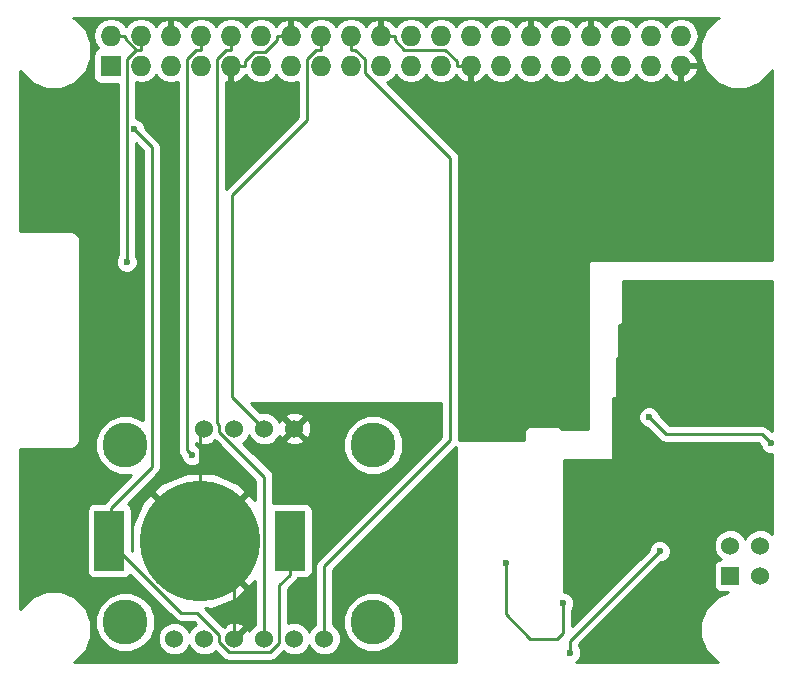
<source format=gbl>
G04 #@! TF.FileFunction,Copper,L2,Bot,Signal*
%FSLAX46Y46*%
G04 Gerber Fmt 4.6, Leading zero omitted, Abs format (unit mm)*
G04 Created by KiCad (PCBNEW 4.0.4+e1-6308~48~ubuntu15.10.1-stable) date Sun Apr 23 18:13:47 2017*
%MOMM*%
%LPD*%
G01*
G04 APERTURE LIST*
%ADD10C,0.100000*%
%ADD11R,1.524000X1.524000*%
%ADD12C,1.524000*%
%ADD13R,1.727200X1.727200*%
%ADD14O,1.727200X1.727200*%
%ADD15R,2.500000X5.100000*%
%ADD16C,10.200000*%
%ADD17C,3.810000*%
%ADD18C,0.600000*%
%ADD19C,0.250000*%
%ADD20C,0.254000*%
G04 APERTURE END LIST*
D10*
D11*
X172330000Y-109370000D03*
D12*
X172330000Y-106830000D03*
X174870000Y-109370000D03*
X174870000Y-106830000D03*
D13*
X119868000Y-66189000D03*
D14*
X119868000Y-63649000D03*
X122408000Y-66189000D03*
X122408000Y-63649000D03*
X124948000Y-66189000D03*
X124948000Y-63649000D03*
X127488000Y-66189000D03*
X127488000Y-63649000D03*
X130028000Y-66189000D03*
X130028000Y-63649000D03*
X132568000Y-66189000D03*
X132568000Y-63649000D03*
X135108000Y-66189000D03*
X135108000Y-63649000D03*
X137648000Y-66189000D03*
X137648000Y-63649000D03*
X140188000Y-66189000D03*
X140188000Y-63649000D03*
X142728000Y-66189000D03*
X142728000Y-63649000D03*
X145268000Y-66189000D03*
X145268000Y-63649000D03*
X147808000Y-66189000D03*
X147808000Y-63649000D03*
X150348000Y-66189000D03*
X150348000Y-63649000D03*
X152888000Y-66189000D03*
X152888000Y-63649000D03*
X155428000Y-66189000D03*
X155428000Y-63649000D03*
X157968000Y-66189000D03*
X157968000Y-63649000D03*
X160508000Y-66189000D03*
X160508000Y-63649000D03*
X163048000Y-66189000D03*
X163048000Y-63649000D03*
X165588000Y-66189000D03*
X165588000Y-63649000D03*
X168128000Y-66189000D03*
X168128000Y-63649000D03*
D15*
X119750000Y-106400000D03*
X135050000Y-106400000D03*
D16*
X127400000Y-106400000D03*
D12*
X132870000Y-96910000D03*
X135410000Y-96910000D03*
X130330000Y-96910000D03*
X127790000Y-96910000D03*
X132870000Y-114690000D03*
X135410000Y-114690000D03*
X137950000Y-114690000D03*
X130330000Y-114690000D03*
X127790000Y-114690000D03*
X125250000Y-114690000D03*
D17*
X142090200Y-98307000D03*
X142090200Y-113293000D03*
X121109800Y-98307000D03*
X121109800Y-113293000D03*
D18*
X160895300Y-106092600D03*
X164200200Y-97832300D03*
X165435900Y-95937300D03*
X175772700Y-98157100D03*
X126752500Y-99181900D03*
X121219100Y-82796300D03*
X166332400Y-107300000D03*
X158776200Y-115884300D03*
X158186900Y-111672700D03*
X153296000Y-108303800D03*
X121852500Y-71568700D03*
D19*
X127400000Y-97300000D02*
X127790000Y-96910000D01*
X127400000Y-106400000D02*
X127400000Y-97300000D01*
X131216900Y-65817400D02*
X131216900Y-66189000D01*
X132034200Y-65000100D02*
X131216900Y-65817400D01*
X132939600Y-65000100D02*
X132034200Y-65000100D01*
X133919100Y-64020600D02*
X132939600Y-65000100D01*
X133919100Y-63649000D02*
X133919100Y-64020600D01*
X135108000Y-63649000D02*
X133919100Y-63649000D01*
X130028000Y-66189000D02*
X131216900Y-66189000D01*
X130330000Y-109330000D02*
X127400000Y-106400000D01*
X130330000Y-114690000D02*
X130330000Y-109330000D01*
X143916900Y-64020600D02*
X143916900Y-63649000D01*
X144734200Y-64837900D02*
X143916900Y-64020600D01*
X148179600Y-64837900D02*
X144734200Y-64837900D01*
X149159100Y-65817400D02*
X148179600Y-64837900D01*
X149159100Y-66189000D02*
X149159100Y-65817400D01*
X150348000Y-66189000D02*
X149159100Y-66189000D01*
X142728000Y-63649000D02*
X143916900Y-63649000D01*
X164200200Y-102787700D02*
X160895300Y-106092600D01*
X164200200Y-97832300D02*
X164200200Y-102787700D01*
X166887200Y-97388600D02*
X165435900Y-95937300D01*
X166887200Y-97388700D02*
X166887200Y-97388600D01*
X175004300Y-97388700D02*
X166887200Y-97388700D01*
X175772700Y-98157100D02*
X175004300Y-97388700D01*
X129656400Y-64837900D02*
X130028000Y-64837900D01*
X128839100Y-65655200D02*
X129656400Y-64837900D01*
X128839100Y-96404200D02*
X128839100Y-65655200D01*
X129060000Y-96625100D02*
X128839100Y-96404200D01*
X129060000Y-97185000D02*
X129060000Y-96625100D01*
X132870000Y-100995000D02*
X129060000Y-97185000D01*
X132870000Y-114690000D02*
X132870000Y-100995000D01*
X130028000Y-63649000D02*
X130028000Y-64837900D01*
X127116400Y-64837900D02*
X127488000Y-64837900D01*
X126299100Y-65655200D02*
X127116400Y-64837900D01*
X126299100Y-98728500D02*
X126299100Y-65655200D01*
X126752500Y-99181900D02*
X126299100Y-98728500D01*
X127488000Y-63649000D02*
X127488000Y-64837900D01*
X122408000Y-63649000D02*
X122408000Y-64837900D01*
X119868000Y-63649000D02*
X121056900Y-63649000D01*
X121056900Y-63858400D02*
X121056900Y-63649000D01*
X122036400Y-64837900D02*
X121056900Y-63858400D01*
X122408000Y-64837900D02*
X122036400Y-64837900D01*
X121219100Y-65655200D02*
X121219100Y-82796300D01*
X122036400Y-64837900D02*
X121219100Y-65655200D01*
X158776200Y-114856200D02*
X166332400Y-107300000D01*
X158776200Y-115884300D02*
X158776200Y-114856200D01*
X137276400Y-64837900D02*
X137648000Y-64837900D01*
X136459100Y-65655200D02*
X137276400Y-64837900D01*
X136459100Y-70824700D02*
X136459100Y-65655200D01*
X130106800Y-77177000D02*
X136459100Y-70824700D01*
X130106800Y-94212800D02*
X130106800Y-77177000D01*
X132804000Y-96910000D02*
X130106800Y-94212800D01*
X132870000Y-96910000D02*
X132804000Y-96910000D01*
X137648000Y-63649000D02*
X137648000Y-64837900D01*
X158186900Y-114226500D02*
X158186900Y-111672700D01*
X157660300Y-114753100D02*
X158186900Y-114226500D01*
X155398700Y-114753100D02*
X157660300Y-114753100D01*
X153296000Y-112650400D02*
X155398700Y-114753100D01*
X153296000Y-108303800D02*
X153296000Y-112650400D01*
X119750000Y-106400000D02*
X119898000Y-106400000D01*
X123364400Y-73080600D02*
X121852500Y-71568700D01*
X123364400Y-100171900D02*
X123364400Y-73080600D01*
X119898000Y-103638300D02*
X123364400Y-100171900D01*
X119898000Y-106400000D02*
X119898000Y-103638300D01*
X119898000Y-106584600D02*
X119898000Y-106400000D01*
X125850800Y-112537400D02*
X119898000Y-106584600D01*
X127198100Y-112537400D02*
X125850800Y-112537400D01*
X129060000Y-114399300D02*
X127198100Y-112537400D01*
X129060000Y-115018900D02*
X129060000Y-114399300D01*
X129853400Y-115812300D02*
X129060000Y-115018900D01*
X133361900Y-115812300D02*
X129853400Y-115812300D01*
X134140000Y-115034200D02*
X133361900Y-115812300D01*
X134140000Y-110185300D02*
X134140000Y-115034200D01*
X135050000Y-109275300D02*
X134140000Y-110185300D01*
X135050000Y-106400000D02*
X135050000Y-109275300D01*
X140559600Y-64837900D02*
X140188000Y-64837900D01*
X141376900Y-65655200D02*
X140559600Y-64837900D01*
X141376900Y-66765300D02*
X141376900Y-65655200D01*
X148618900Y-74007300D02*
X141376900Y-66765300D01*
X148618900Y-97921100D02*
X148618900Y-74007300D01*
X137950000Y-108590000D02*
X148618900Y-97921100D01*
X137950000Y-114690000D02*
X137950000Y-108590000D01*
X140188000Y-63649000D02*
X140188000Y-64837900D01*
D20*
G36*
X175820000Y-97129598D02*
X175541701Y-96851299D01*
X175295139Y-96686552D01*
X175004300Y-96628700D01*
X167202102Y-96628700D01*
X166371022Y-95797620D01*
X166371062Y-95752133D01*
X166229017Y-95408357D01*
X165966227Y-95145108D01*
X165622699Y-95002462D01*
X165250733Y-95002138D01*
X164906957Y-95144183D01*
X164643708Y-95406973D01*
X164501062Y-95750501D01*
X164500738Y-96122467D01*
X164642783Y-96466243D01*
X164905573Y-96729492D01*
X165249101Y-96872138D01*
X165295977Y-96872179D01*
X166349598Y-97925800D01*
X166349799Y-97926101D01*
X166596361Y-98090848D01*
X166887200Y-98148700D01*
X174689498Y-98148700D01*
X174837578Y-98296780D01*
X174837538Y-98342267D01*
X174979583Y-98686043D01*
X175242373Y-98949292D01*
X175585901Y-99091938D01*
X175820000Y-99092142D01*
X175820000Y-105804276D01*
X175662370Y-105646371D01*
X175149100Y-105433243D01*
X174593339Y-105432758D01*
X174079697Y-105644990D01*
X173686371Y-106037630D01*
X173600051Y-106245512D01*
X173515010Y-106039697D01*
X173122370Y-105646371D01*
X172609100Y-105433243D01*
X172053339Y-105432758D01*
X171539697Y-105644990D01*
X171146371Y-106037630D01*
X170933243Y-106550900D01*
X170932758Y-107106661D01*
X171144990Y-107620303D01*
X171497833Y-107973763D01*
X171332683Y-108004838D01*
X171116559Y-108143910D01*
X170971569Y-108356110D01*
X170920560Y-108608000D01*
X170920560Y-110132000D01*
X170964838Y-110367317D01*
X171103910Y-110583441D01*
X171316110Y-110728431D01*
X171568000Y-110779440D01*
X172145952Y-110779440D01*
X171172439Y-111181687D01*
X170263877Y-112088664D01*
X169771561Y-113274294D01*
X169770441Y-114558074D01*
X170260687Y-115744561D01*
X171167664Y-116653123D01*
X171284169Y-116701500D01*
X159246858Y-116701500D01*
X159305143Y-116677417D01*
X159568392Y-116414627D01*
X159711038Y-116071099D01*
X159711362Y-115699133D01*
X159569317Y-115355357D01*
X159536200Y-115322182D01*
X159536200Y-115171002D01*
X166472080Y-108235122D01*
X166517567Y-108235162D01*
X166861343Y-108093117D01*
X167124592Y-107830327D01*
X167267238Y-107486799D01*
X167267562Y-107114833D01*
X167125517Y-106771057D01*
X166862727Y-106507808D01*
X166519199Y-106365162D01*
X166147233Y-106364838D01*
X165803457Y-106506883D01*
X165540208Y-106769673D01*
X165397562Y-107113201D01*
X165397521Y-107160077D01*
X158946900Y-113610698D01*
X158946900Y-112235163D01*
X158979092Y-112203027D01*
X159121738Y-111859499D01*
X159122062Y-111487533D01*
X158980017Y-111143757D01*
X158717227Y-110880508D01*
X158373699Y-110737862D01*
X158228100Y-110737735D01*
X158228100Y-99537000D01*
X162280000Y-99537000D01*
X162329410Y-99526994D01*
X162371035Y-99498553D01*
X162398315Y-99456159D01*
X162407000Y-99410000D01*
X162407000Y-94347000D01*
X162570000Y-94347000D01*
X162619410Y-94336994D01*
X162661035Y-94308553D01*
X162688315Y-94266159D01*
X162697000Y-94220000D01*
X162697000Y-90897000D01*
X162800000Y-90897000D01*
X162849410Y-90886994D01*
X162891035Y-90858553D01*
X162918315Y-90816159D01*
X162927000Y-90770000D01*
X162927000Y-88107000D01*
X163070000Y-88107000D01*
X163119410Y-88096994D01*
X163161035Y-88068553D01*
X163188315Y-88026159D01*
X163197000Y-87980000D01*
X163197000Y-84397000D01*
X175820000Y-84397000D01*
X175820000Y-97129598D01*
X175820000Y-97129598D01*
G37*
X175820000Y-97129598D02*
X175541701Y-96851299D01*
X175295139Y-96686552D01*
X175004300Y-96628700D01*
X167202102Y-96628700D01*
X166371022Y-95797620D01*
X166371062Y-95752133D01*
X166229017Y-95408357D01*
X165966227Y-95145108D01*
X165622699Y-95002462D01*
X165250733Y-95002138D01*
X164906957Y-95144183D01*
X164643708Y-95406973D01*
X164501062Y-95750501D01*
X164500738Y-96122467D01*
X164642783Y-96466243D01*
X164905573Y-96729492D01*
X165249101Y-96872138D01*
X165295977Y-96872179D01*
X166349598Y-97925800D01*
X166349799Y-97926101D01*
X166596361Y-98090848D01*
X166887200Y-98148700D01*
X174689498Y-98148700D01*
X174837578Y-98296780D01*
X174837538Y-98342267D01*
X174979583Y-98686043D01*
X175242373Y-98949292D01*
X175585901Y-99091938D01*
X175820000Y-99092142D01*
X175820000Y-105804276D01*
X175662370Y-105646371D01*
X175149100Y-105433243D01*
X174593339Y-105432758D01*
X174079697Y-105644990D01*
X173686371Y-106037630D01*
X173600051Y-106245512D01*
X173515010Y-106039697D01*
X173122370Y-105646371D01*
X172609100Y-105433243D01*
X172053339Y-105432758D01*
X171539697Y-105644990D01*
X171146371Y-106037630D01*
X170933243Y-106550900D01*
X170932758Y-107106661D01*
X171144990Y-107620303D01*
X171497833Y-107973763D01*
X171332683Y-108004838D01*
X171116559Y-108143910D01*
X170971569Y-108356110D01*
X170920560Y-108608000D01*
X170920560Y-110132000D01*
X170964838Y-110367317D01*
X171103910Y-110583441D01*
X171316110Y-110728431D01*
X171568000Y-110779440D01*
X172145952Y-110779440D01*
X171172439Y-111181687D01*
X170263877Y-112088664D01*
X169771561Y-113274294D01*
X169770441Y-114558074D01*
X170260687Y-115744561D01*
X171167664Y-116653123D01*
X171284169Y-116701500D01*
X159246858Y-116701500D01*
X159305143Y-116677417D01*
X159568392Y-116414627D01*
X159711038Y-116071099D01*
X159711362Y-115699133D01*
X159569317Y-115355357D01*
X159536200Y-115322182D01*
X159536200Y-115171002D01*
X166472080Y-108235122D01*
X166517567Y-108235162D01*
X166861343Y-108093117D01*
X167124592Y-107830327D01*
X167267238Y-107486799D01*
X167267562Y-107114833D01*
X167125517Y-106771057D01*
X166862727Y-106507808D01*
X166519199Y-106365162D01*
X166147233Y-106364838D01*
X165803457Y-106506883D01*
X165540208Y-106769673D01*
X165397562Y-107113201D01*
X165397521Y-107160077D01*
X158946900Y-113610698D01*
X158946900Y-112235163D01*
X158979092Y-112203027D01*
X159121738Y-111859499D01*
X159122062Y-111487533D01*
X158980017Y-111143757D01*
X158717227Y-110880508D01*
X158373699Y-110737862D01*
X158228100Y-110737735D01*
X158228100Y-99537000D01*
X162280000Y-99537000D01*
X162329410Y-99526994D01*
X162371035Y-99498553D01*
X162398315Y-99456159D01*
X162407000Y-99410000D01*
X162407000Y-94347000D01*
X162570000Y-94347000D01*
X162619410Y-94336994D01*
X162661035Y-94308553D01*
X162688315Y-94266159D01*
X162697000Y-94220000D01*
X162697000Y-90897000D01*
X162800000Y-90897000D01*
X162849410Y-90886994D01*
X162891035Y-90858553D01*
X162918315Y-90816159D01*
X162927000Y-90770000D01*
X162927000Y-88107000D01*
X163070000Y-88107000D01*
X163119410Y-88096994D01*
X163161035Y-88068553D01*
X163188315Y-88026159D01*
X163197000Y-87980000D01*
X163197000Y-84397000D01*
X175820000Y-84397000D01*
X175820000Y-97129598D01*
G36*
X171172439Y-62181687D02*
X170263877Y-63088664D01*
X169771561Y-64274294D01*
X169770441Y-65558074D01*
X170260687Y-66744561D01*
X171167664Y-67653123D01*
X172353294Y-68145439D01*
X173637074Y-68146559D01*
X174823561Y-67656313D01*
X175732123Y-66749336D01*
X175820000Y-66537704D01*
X175820000Y-82673000D01*
X160430000Y-82673000D01*
X160380590Y-82683006D01*
X160338965Y-82711447D01*
X160311685Y-82753841D01*
X160303000Y-82800000D01*
X160303000Y-96913000D01*
X158041157Y-96913000D01*
X158020146Y-96881554D01*
X157789805Y-96727646D01*
X157518100Y-96673600D01*
X155524200Y-96673600D01*
X155252495Y-96727646D01*
X155022154Y-96881554D01*
X154868246Y-97111895D01*
X154814200Y-97383600D01*
X154814200Y-97873000D01*
X149378900Y-97873000D01*
X149378900Y-74007300D01*
X149321048Y-73716461D01*
X149156301Y-73469899D01*
X143271694Y-67585292D01*
X143330848Y-67573526D01*
X143817029Y-67248670D01*
X143998000Y-66977828D01*
X144178971Y-67248670D01*
X144665152Y-67573526D01*
X145238641Y-67687600D01*
X145297359Y-67687600D01*
X145870848Y-67573526D01*
X146357029Y-67248670D01*
X146538000Y-66977828D01*
X146718971Y-67248670D01*
X147205152Y-67573526D01*
X147778641Y-67687600D01*
X147837359Y-67687600D01*
X148410848Y-67573526D01*
X148897029Y-67248670D01*
X149077992Y-66977839D01*
X149459510Y-67395821D01*
X149988973Y-67643968D01*
X150221000Y-67523469D01*
X150221000Y-66316000D01*
X150201000Y-66316000D01*
X150201000Y-66062000D01*
X150221000Y-66062000D01*
X150221000Y-66042000D01*
X150475000Y-66042000D01*
X150475000Y-66062000D01*
X150495000Y-66062000D01*
X150495000Y-66316000D01*
X150475000Y-66316000D01*
X150475000Y-67523469D01*
X150707027Y-67643968D01*
X151236490Y-67395821D01*
X151618008Y-66977839D01*
X151798971Y-67248670D01*
X152285152Y-67573526D01*
X152858641Y-67687600D01*
X152917359Y-67687600D01*
X153490848Y-67573526D01*
X153977029Y-67248670D01*
X154158000Y-66977828D01*
X154338971Y-67248670D01*
X154825152Y-67573526D01*
X155398641Y-67687600D01*
X155457359Y-67687600D01*
X156030848Y-67573526D01*
X156517029Y-67248670D01*
X156698000Y-66977828D01*
X156878971Y-67248670D01*
X157365152Y-67573526D01*
X157938641Y-67687600D01*
X157997359Y-67687600D01*
X158570848Y-67573526D01*
X159057029Y-67248670D01*
X159238000Y-66977828D01*
X159418971Y-67248670D01*
X159905152Y-67573526D01*
X160478641Y-67687600D01*
X160537359Y-67687600D01*
X161110848Y-67573526D01*
X161597029Y-67248670D01*
X161778000Y-66977828D01*
X161958971Y-67248670D01*
X162445152Y-67573526D01*
X163018641Y-67687600D01*
X163077359Y-67687600D01*
X163650848Y-67573526D01*
X164137029Y-67248670D01*
X164318000Y-66977828D01*
X164498971Y-67248670D01*
X164985152Y-67573526D01*
X165558641Y-67687600D01*
X165617359Y-67687600D01*
X166190848Y-67573526D01*
X166677029Y-67248670D01*
X166857992Y-66977839D01*
X167239510Y-67395821D01*
X167768973Y-67643968D01*
X168001000Y-67523469D01*
X168001000Y-66316000D01*
X168255000Y-66316000D01*
X168255000Y-67523469D01*
X168487027Y-67643968D01*
X169016490Y-67395821D01*
X169410688Y-66963947D01*
X169582958Y-66548026D01*
X169461817Y-66316000D01*
X168255000Y-66316000D01*
X168001000Y-66316000D01*
X167981000Y-66316000D01*
X167981000Y-66062000D01*
X168001000Y-66062000D01*
X168001000Y-66042000D01*
X168255000Y-66042000D01*
X168255000Y-66062000D01*
X169461817Y-66062000D01*
X169582958Y-65829974D01*
X169410688Y-65414053D01*
X169016490Y-64982179D01*
X168893772Y-64924664D01*
X169217029Y-64708670D01*
X169541885Y-64222489D01*
X169655959Y-63649000D01*
X169541885Y-63075511D01*
X169217029Y-62589330D01*
X168730848Y-62264474D01*
X168157359Y-62150400D01*
X168098641Y-62150400D01*
X167525152Y-62264474D01*
X167038971Y-62589330D01*
X166858000Y-62860172D01*
X166677029Y-62589330D01*
X166190848Y-62264474D01*
X165617359Y-62150400D01*
X165558641Y-62150400D01*
X164985152Y-62264474D01*
X164498971Y-62589330D01*
X164318000Y-62860172D01*
X164137029Y-62589330D01*
X163650848Y-62264474D01*
X163077359Y-62150400D01*
X163018641Y-62150400D01*
X162445152Y-62264474D01*
X161958971Y-62589330D01*
X161778008Y-62860161D01*
X161396490Y-62442179D01*
X160867027Y-62194032D01*
X160635000Y-62314531D01*
X160635000Y-63522000D01*
X160655000Y-63522000D01*
X160655000Y-63776000D01*
X160635000Y-63776000D01*
X160635000Y-63796000D01*
X160381000Y-63796000D01*
X160381000Y-63776000D01*
X160361000Y-63776000D01*
X160361000Y-63522000D01*
X160381000Y-63522000D01*
X160381000Y-62314531D01*
X160148973Y-62194032D01*
X159619510Y-62442179D01*
X159237992Y-62860161D01*
X159057029Y-62589330D01*
X158570848Y-62264474D01*
X157997359Y-62150400D01*
X157938641Y-62150400D01*
X157365152Y-62264474D01*
X156878971Y-62589330D01*
X156698008Y-62860161D01*
X156316490Y-62442179D01*
X155787027Y-62194032D01*
X155555000Y-62314531D01*
X155555000Y-63522000D01*
X155575000Y-63522000D01*
X155575000Y-63776000D01*
X155555000Y-63776000D01*
X155555000Y-63796000D01*
X155301000Y-63796000D01*
X155301000Y-63776000D01*
X155281000Y-63776000D01*
X155281000Y-63522000D01*
X155301000Y-63522000D01*
X155301000Y-62314531D01*
X155068973Y-62194032D01*
X154539510Y-62442179D01*
X154157992Y-62860161D01*
X153977029Y-62589330D01*
X153490848Y-62264474D01*
X152917359Y-62150400D01*
X152858641Y-62150400D01*
X152285152Y-62264474D01*
X151798971Y-62589330D01*
X151618000Y-62860172D01*
X151437029Y-62589330D01*
X150950848Y-62264474D01*
X150377359Y-62150400D01*
X150318641Y-62150400D01*
X149745152Y-62264474D01*
X149258971Y-62589330D01*
X149078000Y-62860172D01*
X148897029Y-62589330D01*
X148410848Y-62264474D01*
X147837359Y-62150400D01*
X147778641Y-62150400D01*
X147205152Y-62264474D01*
X146718971Y-62589330D01*
X146538000Y-62860172D01*
X146357029Y-62589330D01*
X145870848Y-62264474D01*
X145297359Y-62150400D01*
X145238641Y-62150400D01*
X144665152Y-62264474D01*
X144178971Y-62589330D01*
X143998008Y-62860161D01*
X143616490Y-62442179D01*
X143087027Y-62194032D01*
X142855000Y-62314531D01*
X142855000Y-63522000D01*
X142875000Y-63522000D01*
X142875000Y-63776000D01*
X142855000Y-63776000D01*
X142855000Y-63796000D01*
X142601000Y-63796000D01*
X142601000Y-63776000D01*
X142581000Y-63776000D01*
X142581000Y-63522000D01*
X142601000Y-63522000D01*
X142601000Y-62314531D01*
X142368973Y-62194032D01*
X141839510Y-62442179D01*
X141457992Y-62860161D01*
X141277029Y-62589330D01*
X140790848Y-62264474D01*
X140217359Y-62150400D01*
X140158641Y-62150400D01*
X139585152Y-62264474D01*
X139098971Y-62589330D01*
X138918000Y-62860172D01*
X138737029Y-62589330D01*
X138250848Y-62264474D01*
X137677359Y-62150400D01*
X137618641Y-62150400D01*
X137045152Y-62264474D01*
X136558971Y-62589330D01*
X136378008Y-62860161D01*
X135996490Y-62442179D01*
X135467027Y-62194032D01*
X135235000Y-62314531D01*
X135235000Y-63522000D01*
X135255000Y-63522000D01*
X135255000Y-63776000D01*
X135235000Y-63776000D01*
X135235000Y-63796000D01*
X134981000Y-63796000D01*
X134981000Y-63776000D01*
X134961000Y-63776000D01*
X134961000Y-63522000D01*
X134981000Y-63522000D01*
X134981000Y-62314531D01*
X134748973Y-62194032D01*
X134219510Y-62442179D01*
X133837992Y-62860161D01*
X133657029Y-62589330D01*
X133170848Y-62264474D01*
X132597359Y-62150400D01*
X132538641Y-62150400D01*
X131965152Y-62264474D01*
X131478971Y-62589330D01*
X131298000Y-62860172D01*
X131117029Y-62589330D01*
X130630848Y-62264474D01*
X130057359Y-62150400D01*
X129998641Y-62150400D01*
X129425152Y-62264474D01*
X128938971Y-62589330D01*
X128758000Y-62860172D01*
X128577029Y-62589330D01*
X128090848Y-62264474D01*
X127517359Y-62150400D01*
X127458641Y-62150400D01*
X126885152Y-62264474D01*
X126398971Y-62589330D01*
X126218008Y-62860161D01*
X125836490Y-62442179D01*
X125307027Y-62194032D01*
X125075000Y-62314531D01*
X125075000Y-63522000D01*
X125095000Y-63522000D01*
X125095000Y-63776000D01*
X125075000Y-63776000D01*
X125075000Y-63796000D01*
X124821000Y-63796000D01*
X124821000Y-63776000D01*
X124801000Y-63776000D01*
X124801000Y-63522000D01*
X124821000Y-63522000D01*
X124821000Y-62314531D01*
X124588973Y-62194032D01*
X124059510Y-62442179D01*
X123677992Y-62860161D01*
X123497029Y-62589330D01*
X123010848Y-62264474D01*
X122437359Y-62150400D01*
X122378641Y-62150400D01*
X121805152Y-62264474D01*
X121318971Y-62589330D01*
X121138000Y-62860172D01*
X120957029Y-62589330D01*
X120470848Y-62264474D01*
X119897359Y-62150400D01*
X119838641Y-62150400D01*
X119265152Y-62264474D01*
X118778971Y-62589330D01*
X118454115Y-63075511D01*
X118340041Y-63649000D01*
X118454115Y-64222489D01*
X118778971Y-64708670D01*
X118792642Y-64717805D01*
X118769083Y-64722238D01*
X118552959Y-64861310D01*
X118407969Y-65073510D01*
X118356960Y-65325400D01*
X118356960Y-67052600D01*
X118401238Y-67287917D01*
X118540310Y-67504041D01*
X118752510Y-67649031D01*
X119004400Y-67700040D01*
X120459100Y-67700040D01*
X120459100Y-82233837D01*
X120426908Y-82265973D01*
X120284262Y-82609501D01*
X120283938Y-82981467D01*
X120425983Y-83325243D01*
X120688773Y-83588492D01*
X121032301Y-83731138D01*
X121404267Y-83731462D01*
X121748043Y-83589417D01*
X122011292Y-83326627D01*
X122153938Y-82983099D01*
X122154262Y-82611133D01*
X122012217Y-82267357D01*
X121979100Y-82234182D01*
X121979100Y-72770102D01*
X122604400Y-73395402D01*
X122604400Y-96208969D01*
X122550473Y-96154948D01*
X121617254Y-95767441D01*
X120606779Y-95766560D01*
X119672885Y-96152437D01*
X118957748Y-96866327D01*
X118570241Y-97799546D01*
X118569360Y-98810021D01*
X118955237Y-99743915D01*
X119669127Y-100459052D01*
X120602346Y-100846559D01*
X121612821Y-100847440D01*
X121614929Y-100846569D01*
X119360599Y-103100899D01*
X119292671Y-103202560D01*
X118500000Y-103202560D01*
X118264683Y-103246838D01*
X118048559Y-103385910D01*
X117903569Y-103598110D01*
X117852560Y-103850000D01*
X117852560Y-108950000D01*
X117896838Y-109185317D01*
X118035910Y-109401441D01*
X118248110Y-109546431D01*
X118500000Y-109597440D01*
X121000000Y-109597440D01*
X121235317Y-109553162D01*
X121451441Y-109414090D01*
X121533131Y-109294533D01*
X125313398Y-113074801D01*
X125478145Y-113184880D01*
X125559961Y-113239548D01*
X125850800Y-113297400D01*
X126883298Y-113297400D01*
X127064225Y-113478327D01*
X126999697Y-113504990D01*
X126606371Y-113897630D01*
X126520051Y-114105512D01*
X126435010Y-113899697D01*
X126042370Y-113506371D01*
X125529100Y-113293243D01*
X124973339Y-113292758D01*
X124459697Y-113504990D01*
X124066371Y-113897630D01*
X123853243Y-114410900D01*
X123852758Y-114966661D01*
X124064990Y-115480303D01*
X124457630Y-115873629D01*
X124970900Y-116086757D01*
X125526661Y-116087242D01*
X126040303Y-115875010D01*
X126433629Y-115482370D01*
X126519949Y-115274488D01*
X126604990Y-115480303D01*
X126997630Y-115873629D01*
X127510900Y-116086757D01*
X128066661Y-116087242D01*
X128580303Y-115875010D01*
X128710919Y-115744621D01*
X129315999Y-116349701D01*
X129562561Y-116514448D01*
X129853400Y-116572300D01*
X133361900Y-116572300D01*
X133652739Y-116514448D01*
X133899301Y-116349701D01*
X134496607Y-115752395D01*
X134617630Y-115873629D01*
X135130900Y-116086757D01*
X135686661Y-116087242D01*
X136200303Y-115875010D01*
X136593629Y-115482370D01*
X136679949Y-115274488D01*
X136764990Y-115480303D01*
X137157630Y-115873629D01*
X137670900Y-116086757D01*
X138226661Y-116087242D01*
X138740303Y-115875010D01*
X139133629Y-115482370D01*
X139346757Y-114969100D01*
X139347242Y-114413339D01*
X139135010Y-113899697D01*
X139031515Y-113796021D01*
X139549760Y-113796021D01*
X139935637Y-114729915D01*
X140649527Y-115445052D01*
X141582746Y-115832559D01*
X142593221Y-115833440D01*
X143527115Y-115447563D01*
X144242252Y-114733673D01*
X144629759Y-113800454D01*
X144630640Y-112789979D01*
X144244763Y-111856085D01*
X143530873Y-111140948D01*
X142597654Y-110753441D01*
X141587179Y-110752560D01*
X140653285Y-111138437D01*
X139938148Y-111852327D01*
X139550641Y-112785546D01*
X139549760Y-113796021D01*
X139031515Y-113796021D01*
X138742370Y-113506371D01*
X138710000Y-113492930D01*
X138710000Y-108904802D01*
X149123000Y-98491802D01*
X149123000Y-116701500D01*
X116714200Y-116701500D01*
X116823561Y-116656313D01*
X117732123Y-115749336D01*
X118224439Y-114563706D01*
X118225108Y-113796021D01*
X118569360Y-113796021D01*
X118955237Y-114729915D01*
X119669127Y-115445052D01*
X120602346Y-115832559D01*
X121612821Y-115833440D01*
X122546715Y-115447563D01*
X123261852Y-114733673D01*
X123649359Y-113800454D01*
X123650240Y-112789979D01*
X123264363Y-111856085D01*
X122550473Y-111140948D01*
X121617254Y-110753441D01*
X120606779Y-110752560D01*
X119672885Y-111138437D01*
X118957748Y-111852327D01*
X118570241Y-112785546D01*
X118569360Y-113796021D01*
X118225108Y-113796021D01*
X118225559Y-113279926D01*
X117735313Y-112093439D01*
X116828336Y-111184877D01*
X115642706Y-110692561D01*
X114358926Y-110691441D01*
X113172439Y-111181687D01*
X112263877Y-112088664D01*
X112216000Y-112203965D01*
X112216000Y-98627000D01*
X116522500Y-98627000D01*
X116794205Y-98572954D01*
X117024546Y-98419046D01*
X117178454Y-98188705D01*
X117232500Y-97917000D01*
X117232500Y-80899000D01*
X117178454Y-80627295D01*
X117024546Y-80396954D01*
X116794205Y-80243046D01*
X116522500Y-80189000D01*
X112216000Y-80189000D01*
X112216000Y-66636410D01*
X112260687Y-66744561D01*
X113167664Y-67653123D01*
X114353294Y-68145439D01*
X115637074Y-68146559D01*
X116823561Y-67656313D01*
X117732123Y-66749336D01*
X118224439Y-65563706D01*
X118225559Y-64279926D01*
X117735313Y-63093439D01*
X116828336Y-62184877D01*
X116658849Y-62114500D01*
X171335044Y-62114500D01*
X171172439Y-62181687D01*
X171172439Y-62181687D01*
G37*
X171172439Y-62181687D02*
X170263877Y-63088664D01*
X169771561Y-64274294D01*
X169770441Y-65558074D01*
X170260687Y-66744561D01*
X171167664Y-67653123D01*
X172353294Y-68145439D01*
X173637074Y-68146559D01*
X174823561Y-67656313D01*
X175732123Y-66749336D01*
X175820000Y-66537704D01*
X175820000Y-82673000D01*
X160430000Y-82673000D01*
X160380590Y-82683006D01*
X160338965Y-82711447D01*
X160311685Y-82753841D01*
X160303000Y-82800000D01*
X160303000Y-96913000D01*
X158041157Y-96913000D01*
X158020146Y-96881554D01*
X157789805Y-96727646D01*
X157518100Y-96673600D01*
X155524200Y-96673600D01*
X155252495Y-96727646D01*
X155022154Y-96881554D01*
X154868246Y-97111895D01*
X154814200Y-97383600D01*
X154814200Y-97873000D01*
X149378900Y-97873000D01*
X149378900Y-74007300D01*
X149321048Y-73716461D01*
X149156301Y-73469899D01*
X143271694Y-67585292D01*
X143330848Y-67573526D01*
X143817029Y-67248670D01*
X143998000Y-66977828D01*
X144178971Y-67248670D01*
X144665152Y-67573526D01*
X145238641Y-67687600D01*
X145297359Y-67687600D01*
X145870848Y-67573526D01*
X146357029Y-67248670D01*
X146538000Y-66977828D01*
X146718971Y-67248670D01*
X147205152Y-67573526D01*
X147778641Y-67687600D01*
X147837359Y-67687600D01*
X148410848Y-67573526D01*
X148897029Y-67248670D01*
X149077992Y-66977839D01*
X149459510Y-67395821D01*
X149988973Y-67643968D01*
X150221000Y-67523469D01*
X150221000Y-66316000D01*
X150201000Y-66316000D01*
X150201000Y-66062000D01*
X150221000Y-66062000D01*
X150221000Y-66042000D01*
X150475000Y-66042000D01*
X150475000Y-66062000D01*
X150495000Y-66062000D01*
X150495000Y-66316000D01*
X150475000Y-66316000D01*
X150475000Y-67523469D01*
X150707027Y-67643968D01*
X151236490Y-67395821D01*
X151618008Y-66977839D01*
X151798971Y-67248670D01*
X152285152Y-67573526D01*
X152858641Y-67687600D01*
X152917359Y-67687600D01*
X153490848Y-67573526D01*
X153977029Y-67248670D01*
X154158000Y-66977828D01*
X154338971Y-67248670D01*
X154825152Y-67573526D01*
X155398641Y-67687600D01*
X155457359Y-67687600D01*
X156030848Y-67573526D01*
X156517029Y-67248670D01*
X156698000Y-66977828D01*
X156878971Y-67248670D01*
X157365152Y-67573526D01*
X157938641Y-67687600D01*
X157997359Y-67687600D01*
X158570848Y-67573526D01*
X159057029Y-67248670D01*
X159238000Y-66977828D01*
X159418971Y-67248670D01*
X159905152Y-67573526D01*
X160478641Y-67687600D01*
X160537359Y-67687600D01*
X161110848Y-67573526D01*
X161597029Y-67248670D01*
X161778000Y-66977828D01*
X161958971Y-67248670D01*
X162445152Y-67573526D01*
X163018641Y-67687600D01*
X163077359Y-67687600D01*
X163650848Y-67573526D01*
X164137029Y-67248670D01*
X164318000Y-66977828D01*
X164498971Y-67248670D01*
X164985152Y-67573526D01*
X165558641Y-67687600D01*
X165617359Y-67687600D01*
X166190848Y-67573526D01*
X166677029Y-67248670D01*
X166857992Y-66977839D01*
X167239510Y-67395821D01*
X167768973Y-67643968D01*
X168001000Y-67523469D01*
X168001000Y-66316000D01*
X168255000Y-66316000D01*
X168255000Y-67523469D01*
X168487027Y-67643968D01*
X169016490Y-67395821D01*
X169410688Y-66963947D01*
X169582958Y-66548026D01*
X169461817Y-66316000D01*
X168255000Y-66316000D01*
X168001000Y-66316000D01*
X167981000Y-66316000D01*
X167981000Y-66062000D01*
X168001000Y-66062000D01*
X168001000Y-66042000D01*
X168255000Y-66042000D01*
X168255000Y-66062000D01*
X169461817Y-66062000D01*
X169582958Y-65829974D01*
X169410688Y-65414053D01*
X169016490Y-64982179D01*
X168893772Y-64924664D01*
X169217029Y-64708670D01*
X169541885Y-64222489D01*
X169655959Y-63649000D01*
X169541885Y-63075511D01*
X169217029Y-62589330D01*
X168730848Y-62264474D01*
X168157359Y-62150400D01*
X168098641Y-62150400D01*
X167525152Y-62264474D01*
X167038971Y-62589330D01*
X166858000Y-62860172D01*
X166677029Y-62589330D01*
X166190848Y-62264474D01*
X165617359Y-62150400D01*
X165558641Y-62150400D01*
X164985152Y-62264474D01*
X164498971Y-62589330D01*
X164318000Y-62860172D01*
X164137029Y-62589330D01*
X163650848Y-62264474D01*
X163077359Y-62150400D01*
X163018641Y-62150400D01*
X162445152Y-62264474D01*
X161958971Y-62589330D01*
X161778008Y-62860161D01*
X161396490Y-62442179D01*
X160867027Y-62194032D01*
X160635000Y-62314531D01*
X160635000Y-63522000D01*
X160655000Y-63522000D01*
X160655000Y-63776000D01*
X160635000Y-63776000D01*
X160635000Y-63796000D01*
X160381000Y-63796000D01*
X160381000Y-63776000D01*
X160361000Y-63776000D01*
X160361000Y-63522000D01*
X160381000Y-63522000D01*
X160381000Y-62314531D01*
X160148973Y-62194032D01*
X159619510Y-62442179D01*
X159237992Y-62860161D01*
X159057029Y-62589330D01*
X158570848Y-62264474D01*
X157997359Y-62150400D01*
X157938641Y-62150400D01*
X157365152Y-62264474D01*
X156878971Y-62589330D01*
X156698008Y-62860161D01*
X156316490Y-62442179D01*
X155787027Y-62194032D01*
X155555000Y-62314531D01*
X155555000Y-63522000D01*
X155575000Y-63522000D01*
X155575000Y-63776000D01*
X155555000Y-63776000D01*
X155555000Y-63796000D01*
X155301000Y-63796000D01*
X155301000Y-63776000D01*
X155281000Y-63776000D01*
X155281000Y-63522000D01*
X155301000Y-63522000D01*
X155301000Y-62314531D01*
X155068973Y-62194032D01*
X154539510Y-62442179D01*
X154157992Y-62860161D01*
X153977029Y-62589330D01*
X153490848Y-62264474D01*
X152917359Y-62150400D01*
X152858641Y-62150400D01*
X152285152Y-62264474D01*
X151798971Y-62589330D01*
X151618000Y-62860172D01*
X151437029Y-62589330D01*
X150950848Y-62264474D01*
X150377359Y-62150400D01*
X150318641Y-62150400D01*
X149745152Y-62264474D01*
X149258971Y-62589330D01*
X149078000Y-62860172D01*
X148897029Y-62589330D01*
X148410848Y-62264474D01*
X147837359Y-62150400D01*
X147778641Y-62150400D01*
X147205152Y-62264474D01*
X146718971Y-62589330D01*
X146538000Y-62860172D01*
X146357029Y-62589330D01*
X145870848Y-62264474D01*
X145297359Y-62150400D01*
X145238641Y-62150400D01*
X144665152Y-62264474D01*
X144178971Y-62589330D01*
X143998008Y-62860161D01*
X143616490Y-62442179D01*
X143087027Y-62194032D01*
X142855000Y-62314531D01*
X142855000Y-63522000D01*
X142875000Y-63522000D01*
X142875000Y-63776000D01*
X142855000Y-63776000D01*
X142855000Y-63796000D01*
X142601000Y-63796000D01*
X142601000Y-63776000D01*
X142581000Y-63776000D01*
X142581000Y-63522000D01*
X142601000Y-63522000D01*
X142601000Y-62314531D01*
X142368973Y-62194032D01*
X141839510Y-62442179D01*
X141457992Y-62860161D01*
X141277029Y-62589330D01*
X140790848Y-62264474D01*
X140217359Y-62150400D01*
X140158641Y-62150400D01*
X139585152Y-62264474D01*
X139098971Y-62589330D01*
X138918000Y-62860172D01*
X138737029Y-62589330D01*
X138250848Y-62264474D01*
X137677359Y-62150400D01*
X137618641Y-62150400D01*
X137045152Y-62264474D01*
X136558971Y-62589330D01*
X136378008Y-62860161D01*
X135996490Y-62442179D01*
X135467027Y-62194032D01*
X135235000Y-62314531D01*
X135235000Y-63522000D01*
X135255000Y-63522000D01*
X135255000Y-63776000D01*
X135235000Y-63776000D01*
X135235000Y-63796000D01*
X134981000Y-63796000D01*
X134981000Y-63776000D01*
X134961000Y-63776000D01*
X134961000Y-63522000D01*
X134981000Y-63522000D01*
X134981000Y-62314531D01*
X134748973Y-62194032D01*
X134219510Y-62442179D01*
X133837992Y-62860161D01*
X133657029Y-62589330D01*
X133170848Y-62264474D01*
X132597359Y-62150400D01*
X132538641Y-62150400D01*
X131965152Y-62264474D01*
X131478971Y-62589330D01*
X131298000Y-62860172D01*
X131117029Y-62589330D01*
X130630848Y-62264474D01*
X130057359Y-62150400D01*
X129998641Y-62150400D01*
X129425152Y-62264474D01*
X128938971Y-62589330D01*
X128758000Y-62860172D01*
X128577029Y-62589330D01*
X128090848Y-62264474D01*
X127517359Y-62150400D01*
X127458641Y-62150400D01*
X126885152Y-62264474D01*
X126398971Y-62589330D01*
X126218008Y-62860161D01*
X125836490Y-62442179D01*
X125307027Y-62194032D01*
X125075000Y-62314531D01*
X125075000Y-63522000D01*
X125095000Y-63522000D01*
X125095000Y-63776000D01*
X125075000Y-63776000D01*
X125075000Y-63796000D01*
X124821000Y-63796000D01*
X124821000Y-63776000D01*
X124801000Y-63776000D01*
X124801000Y-63522000D01*
X124821000Y-63522000D01*
X124821000Y-62314531D01*
X124588973Y-62194032D01*
X124059510Y-62442179D01*
X123677992Y-62860161D01*
X123497029Y-62589330D01*
X123010848Y-62264474D01*
X122437359Y-62150400D01*
X122378641Y-62150400D01*
X121805152Y-62264474D01*
X121318971Y-62589330D01*
X121138000Y-62860172D01*
X120957029Y-62589330D01*
X120470848Y-62264474D01*
X119897359Y-62150400D01*
X119838641Y-62150400D01*
X119265152Y-62264474D01*
X118778971Y-62589330D01*
X118454115Y-63075511D01*
X118340041Y-63649000D01*
X118454115Y-64222489D01*
X118778971Y-64708670D01*
X118792642Y-64717805D01*
X118769083Y-64722238D01*
X118552959Y-64861310D01*
X118407969Y-65073510D01*
X118356960Y-65325400D01*
X118356960Y-67052600D01*
X118401238Y-67287917D01*
X118540310Y-67504041D01*
X118752510Y-67649031D01*
X119004400Y-67700040D01*
X120459100Y-67700040D01*
X120459100Y-82233837D01*
X120426908Y-82265973D01*
X120284262Y-82609501D01*
X120283938Y-82981467D01*
X120425983Y-83325243D01*
X120688773Y-83588492D01*
X121032301Y-83731138D01*
X121404267Y-83731462D01*
X121748043Y-83589417D01*
X122011292Y-83326627D01*
X122153938Y-82983099D01*
X122154262Y-82611133D01*
X122012217Y-82267357D01*
X121979100Y-82234182D01*
X121979100Y-72770102D01*
X122604400Y-73395402D01*
X122604400Y-96208969D01*
X122550473Y-96154948D01*
X121617254Y-95767441D01*
X120606779Y-95766560D01*
X119672885Y-96152437D01*
X118957748Y-96866327D01*
X118570241Y-97799546D01*
X118569360Y-98810021D01*
X118955237Y-99743915D01*
X119669127Y-100459052D01*
X120602346Y-100846559D01*
X121612821Y-100847440D01*
X121614929Y-100846569D01*
X119360599Y-103100899D01*
X119292671Y-103202560D01*
X118500000Y-103202560D01*
X118264683Y-103246838D01*
X118048559Y-103385910D01*
X117903569Y-103598110D01*
X117852560Y-103850000D01*
X117852560Y-108950000D01*
X117896838Y-109185317D01*
X118035910Y-109401441D01*
X118248110Y-109546431D01*
X118500000Y-109597440D01*
X121000000Y-109597440D01*
X121235317Y-109553162D01*
X121451441Y-109414090D01*
X121533131Y-109294533D01*
X125313398Y-113074801D01*
X125478145Y-113184880D01*
X125559961Y-113239548D01*
X125850800Y-113297400D01*
X126883298Y-113297400D01*
X127064225Y-113478327D01*
X126999697Y-113504990D01*
X126606371Y-113897630D01*
X126520051Y-114105512D01*
X126435010Y-113899697D01*
X126042370Y-113506371D01*
X125529100Y-113293243D01*
X124973339Y-113292758D01*
X124459697Y-113504990D01*
X124066371Y-113897630D01*
X123853243Y-114410900D01*
X123852758Y-114966661D01*
X124064990Y-115480303D01*
X124457630Y-115873629D01*
X124970900Y-116086757D01*
X125526661Y-116087242D01*
X126040303Y-115875010D01*
X126433629Y-115482370D01*
X126519949Y-115274488D01*
X126604990Y-115480303D01*
X126997630Y-115873629D01*
X127510900Y-116086757D01*
X128066661Y-116087242D01*
X128580303Y-115875010D01*
X128710919Y-115744621D01*
X129315999Y-116349701D01*
X129562561Y-116514448D01*
X129853400Y-116572300D01*
X133361900Y-116572300D01*
X133652739Y-116514448D01*
X133899301Y-116349701D01*
X134496607Y-115752395D01*
X134617630Y-115873629D01*
X135130900Y-116086757D01*
X135686661Y-116087242D01*
X136200303Y-115875010D01*
X136593629Y-115482370D01*
X136679949Y-115274488D01*
X136764990Y-115480303D01*
X137157630Y-115873629D01*
X137670900Y-116086757D01*
X138226661Y-116087242D01*
X138740303Y-115875010D01*
X139133629Y-115482370D01*
X139346757Y-114969100D01*
X139347242Y-114413339D01*
X139135010Y-113899697D01*
X139031515Y-113796021D01*
X139549760Y-113796021D01*
X139935637Y-114729915D01*
X140649527Y-115445052D01*
X141582746Y-115832559D01*
X142593221Y-115833440D01*
X143527115Y-115447563D01*
X144242252Y-114733673D01*
X144629759Y-113800454D01*
X144630640Y-112789979D01*
X144244763Y-111856085D01*
X143530873Y-111140948D01*
X142597654Y-110753441D01*
X141587179Y-110752560D01*
X140653285Y-111138437D01*
X139938148Y-111852327D01*
X139550641Y-112785546D01*
X139549760Y-113796021D01*
X139031515Y-113796021D01*
X138742370Y-113506371D01*
X138710000Y-113492930D01*
X138710000Y-108904802D01*
X149123000Y-98491802D01*
X149123000Y-116701500D01*
X116714200Y-116701500D01*
X116823561Y-116656313D01*
X117732123Y-115749336D01*
X118224439Y-114563706D01*
X118225108Y-113796021D01*
X118569360Y-113796021D01*
X118955237Y-114729915D01*
X119669127Y-115445052D01*
X120602346Y-115832559D01*
X121612821Y-115833440D01*
X122546715Y-115447563D01*
X123261852Y-114733673D01*
X123649359Y-113800454D01*
X123650240Y-112789979D01*
X123264363Y-111856085D01*
X122550473Y-111140948D01*
X121617254Y-110753441D01*
X120606779Y-110752560D01*
X119672885Y-111138437D01*
X118957748Y-111852327D01*
X118570241Y-112785546D01*
X118569360Y-113796021D01*
X118225108Y-113796021D01*
X118225559Y-113279926D01*
X117735313Y-112093439D01*
X116828336Y-111184877D01*
X115642706Y-110692561D01*
X114358926Y-110691441D01*
X113172439Y-111181687D01*
X112263877Y-112088664D01*
X112216000Y-112203965D01*
X112216000Y-98627000D01*
X116522500Y-98627000D01*
X116794205Y-98572954D01*
X117024546Y-98419046D01*
X117178454Y-98188705D01*
X117232500Y-97917000D01*
X117232500Y-80899000D01*
X117178454Y-80627295D01*
X117024546Y-80396954D01*
X116794205Y-80243046D01*
X116522500Y-80189000D01*
X112216000Y-80189000D01*
X112216000Y-66636410D01*
X112260687Y-66744561D01*
X113167664Y-67653123D01*
X114353294Y-68145439D01*
X115637074Y-68146559D01*
X116823561Y-67656313D01*
X117732123Y-66749336D01*
X118224439Y-65563706D01*
X118225559Y-64279926D01*
X117735313Y-63093439D01*
X116828336Y-62184877D01*
X116658849Y-62114500D01*
X171335044Y-62114500D01*
X171172439Y-62181687D01*
G36*
X123858971Y-67248670D02*
X124345152Y-67573526D01*
X124918641Y-67687600D01*
X124977359Y-67687600D01*
X125539100Y-67575863D01*
X125539100Y-98728500D01*
X125596952Y-99019339D01*
X125761699Y-99265901D01*
X125817378Y-99321580D01*
X125817338Y-99367067D01*
X125959383Y-99710843D01*
X126222173Y-99974092D01*
X126565701Y-100116738D01*
X126937667Y-100117062D01*
X127281443Y-99975017D01*
X127544692Y-99712227D01*
X127687338Y-99368699D01*
X127687662Y-98996733D01*
X127545617Y-98652957D01*
X127282827Y-98389708D01*
X127059100Y-98296808D01*
X127059100Y-98132484D01*
X127582302Y-98319144D01*
X128137368Y-98291362D01*
X128521143Y-98132397D01*
X128590607Y-97890215D01*
X128705618Y-98005226D01*
X128755521Y-97955323D01*
X132110000Y-101309802D01*
X132110000Y-102985288D01*
X131511251Y-102468354D01*
X127579605Y-106400000D01*
X131511251Y-110331646D01*
X132110000Y-109814712D01*
X132110000Y-113492469D01*
X132079697Y-113504990D01*
X131686371Y-113897630D01*
X131606605Y-114089727D01*
X131552397Y-113958857D01*
X131310213Y-113889392D01*
X130509605Y-114690000D01*
X130523748Y-114704143D01*
X130344143Y-114883748D01*
X130330000Y-114869605D01*
X130315858Y-114883748D01*
X130136253Y-114704143D01*
X130150395Y-114690000D01*
X130136253Y-114675858D01*
X130315858Y-114496253D01*
X130330000Y-114510395D01*
X131130608Y-113709787D01*
X131061143Y-113467603D01*
X130537698Y-113280856D01*
X129982632Y-113308638D01*
X129598857Y-113467603D01*
X129529393Y-113709785D01*
X129414382Y-113594774D01*
X129372329Y-113636827D01*
X127879806Y-112144304D01*
X128439949Y-112154135D01*
X130562800Y-111318157D01*
X130733433Y-111204143D01*
X131331646Y-110511251D01*
X127400000Y-106579605D01*
X127385858Y-106593748D01*
X127206253Y-106414143D01*
X127220395Y-106400000D01*
X123288749Y-102468354D01*
X122595857Y-103066567D01*
X121685901Y-105158776D01*
X121649009Y-107260807D01*
X121647440Y-107259238D01*
X121647440Y-103850000D01*
X121603162Y-103614683D01*
X121464090Y-103398559D01*
X121314651Y-103296451D01*
X122322353Y-102288749D01*
X123468354Y-102288749D01*
X127400000Y-106220395D01*
X131331646Y-102288749D01*
X130733433Y-101595857D01*
X128641224Y-100685901D01*
X126360051Y-100645865D01*
X124237200Y-101481843D01*
X124066567Y-101595857D01*
X123468354Y-102288749D01*
X122322353Y-102288749D01*
X123901801Y-100709301D01*
X124066548Y-100462739D01*
X124124400Y-100171900D01*
X124124400Y-73080600D01*
X124066548Y-72789761D01*
X123901801Y-72543199D01*
X122787622Y-71429020D01*
X122787662Y-71383533D01*
X122645617Y-71039757D01*
X122382827Y-70776508D01*
X122039299Y-70633862D01*
X121979100Y-70633810D01*
X121979100Y-67608126D01*
X122378641Y-67687600D01*
X122437359Y-67687600D01*
X123010848Y-67573526D01*
X123497029Y-67248670D01*
X123678000Y-66977828D01*
X123858971Y-67248670D01*
X123858971Y-67248670D01*
G37*
X123858971Y-67248670D02*
X124345152Y-67573526D01*
X124918641Y-67687600D01*
X124977359Y-67687600D01*
X125539100Y-67575863D01*
X125539100Y-98728500D01*
X125596952Y-99019339D01*
X125761699Y-99265901D01*
X125817378Y-99321580D01*
X125817338Y-99367067D01*
X125959383Y-99710843D01*
X126222173Y-99974092D01*
X126565701Y-100116738D01*
X126937667Y-100117062D01*
X127281443Y-99975017D01*
X127544692Y-99712227D01*
X127687338Y-99368699D01*
X127687662Y-98996733D01*
X127545617Y-98652957D01*
X127282827Y-98389708D01*
X127059100Y-98296808D01*
X127059100Y-98132484D01*
X127582302Y-98319144D01*
X128137368Y-98291362D01*
X128521143Y-98132397D01*
X128590607Y-97890215D01*
X128705618Y-98005226D01*
X128755521Y-97955323D01*
X132110000Y-101309802D01*
X132110000Y-102985288D01*
X131511251Y-102468354D01*
X127579605Y-106400000D01*
X131511251Y-110331646D01*
X132110000Y-109814712D01*
X132110000Y-113492469D01*
X132079697Y-113504990D01*
X131686371Y-113897630D01*
X131606605Y-114089727D01*
X131552397Y-113958857D01*
X131310213Y-113889392D01*
X130509605Y-114690000D01*
X130523748Y-114704143D01*
X130344143Y-114883748D01*
X130330000Y-114869605D01*
X130315858Y-114883748D01*
X130136253Y-114704143D01*
X130150395Y-114690000D01*
X130136253Y-114675858D01*
X130315858Y-114496253D01*
X130330000Y-114510395D01*
X131130608Y-113709787D01*
X131061143Y-113467603D01*
X130537698Y-113280856D01*
X129982632Y-113308638D01*
X129598857Y-113467603D01*
X129529393Y-113709785D01*
X129414382Y-113594774D01*
X129372329Y-113636827D01*
X127879806Y-112144304D01*
X128439949Y-112154135D01*
X130562800Y-111318157D01*
X130733433Y-111204143D01*
X131331646Y-110511251D01*
X127400000Y-106579605D01*
X127385858Y-106593748D01*
X127206253Y-106414143D01*
X127220395Y-106400000D01*
X123288749Y-102468354D01*
X122595857Y-103066567D01*
X121685901Y-105158776D01*
X121649009Y-107260807D01*
X121647440Y-107259238D01*
X121647440Y-103850000D01*
X121603162Y-103614683D01*
X121464090Y-103398559D01*
X121314651Y-103296451D01*
X122322353Y-102288749D01*
X123468354Y-102288749D01*
X127400000Y-106220395D01*
X131331646Y-102288749D01*
X130733433Y-101595857D01*
X128641224Y-100685901D01*
X126360051Y-100645865D01*
X124237200Y-101481843D01*
X124066567Y-101595857D01*
X123468354Y-102288749D01*
X122322353Y-102288749D01*
X123901801Y-100709301D01*
X124066548Y-100462739D01*
X124124400Y-100171900D01*
X124124400Y-73080600D01*
X124066548Y-72789761D01*
X123901801Y-72543199D01*
X122787622Y-71429020D01*
X122787662Y-71383533D01*
X122645617Y-71039757D01*
X122382827Y-70776508D01*
X122039299Y-70633862D01*
X121979100Y-70633810D01*
X121979100Y-67608126D01*
X122378641Y-67687600D01*
X122437359Y-67687600D01*
X123010848Y-67573526D01*
X123497029Y-67248670D01*
X123678000Y-66977828D01*
X123858971Y-67248670D01*
G36*
X147858900Y-97606298D02*
X137412599Y-108052599D01*
X137247852Y-108299161D01*
X137190000Y-108590000D01*
X137190000Y-113492469D01*
X137159697Y-113504990D01*
X136766371Y-113897630D01*
X136680051Y-114105512D01*
X136595010Y-113899697D01*
X136202370Y-113506371D01*
X135689100Y-113293243D01*
X135133339Y-113292758D01*
X134900000Y-113389171D01*
X134900000Y-110500102D01*
X135587401Y-109812701D01*
X135731234Y-109597440D01*
X136300000Y-109597440D01*
X136535317Y-109553162D01*
X136751441Y-109414090D01*
X136896431Y-109201890D01*
X136947440Y-108950000D01*
X136947440Y-103850000D01*
X136903162Y-103614683D01*
X136764090Y-103398559D01*
X136551890Y-103253569D01*
X136300000Y-103202560D01*
X133800000Y-103202560D01*
X133630000Y-103234548D01*
X133630000Y-100995000D01*
X133572148Y-100704161D01*
X133407401Y-100457599D01*
X131759823Y-98810021D01*
X139549760Y-98810021D01*
X139935637Y-99743915D01*
X140649527Y-100459052D01*
X141582746Y-100846559D01*
X142593221Y-100847440D01*
X143527115Y-100461563D01*
X144242252Y-99747673D01*
X144629759Y-98814454D01*
X144630640Y-97803979D01*
X144244763Y-96870085D01*
X143530873Y-96154948D01*
X142597654Y-95767441D01*
X141587179Y-95766560D01*
X140653285Y-96152437D01*
X139938148Y-96866327D01*
X139550641Y-97799546D01*
X139549760Y-98810021D01*
X131759823Y-98810021D01*
X131066884Y-98117082D01*
X131120303Y-98095010D01*
X131513629Y-97702370D01*
X131599949Y-97494488D01*
X131684990Y-97700303D01*
X132077630Y-98093629D01*
X132590900Y-98306757D01*
X133146661Y-98307242D01*
X133660303Y-98095010D01*
X133865457Y-97890213D01*
X134609392Y-97890213D01*
X134678857Y-98132397D01*
X135202302Y-98319144D01*
X135757368Y-98291362D01*
X136141143Y-98132397D01*
X136210608Y-97890213D01*
X135410000Y-97089605D01*
X134609392Y-97890213D01*
X133865457Y-97890213D01*
X134053629Y-97702370D01*
X134133395Y-97510273D01*
X134187603Y-97641143D01*
X134429787Y-97710608D01*
X135230395Y-96910000D01*
X135589605Y-96910000D01*
X136390213Y-97710608D01*
X136632397Y-97641143D01*
X136819144Y-97117698D01*
X136791362Y-96562632D01*
X136632397Y-96178857D01*
X136390213Y-96109392D01*
X135589605Y-96910000D01*
X135230395Y-96910000D01*
X134429787Y-96109392D01*
X134187603Y-96178857D01*
X134137491Y-96319318D01*
X134055010Y-96119697D01*
X133865432Y-95929787D01*
X134609392Y-95929787D01*
X135410000Y-96730395D01*
X136210608Y-95929787D01*
X136141143Y-95687603D01*
X135617698Y-95500856D01*
X135062632Y-95528638D01*
X134678857Y-95687603D01*
X134609392Y-95929787D01*
X133865432Y-95929787D01*
X133662370Y-95726371D01*
X133149100Y-95513243D01*
X132593339Y-95512758D01*
X132514242Y-95545440D01*
X131735002Y-94766200D01*
X147858900Y-94766200D01*
X147858900Y-97606298D01*
X147858900Y-97606298D01*
G37*
X147858900Y-97606298D02*
X137412599Y-108052599D01*
X137247852Y-108299161D01*
X137190000Y-108590000D01*
X137190000Y-113492469D01*
X137159697Y-113504990D01*
X136766371Y-113897630D01*
X136680051Y-114105512D01*
X136595010Y-113899697D01*
X136202370Y-113506371D01*
X135689100Y-113293243D01*
X135133339Y-113292758D01*
X134900000Y-113389171D01*
X134900000Y-110500102D01*
X135587401Y-109812701D01*
X135731234Y-109597440D01*
X136300000Y-109597440D01*
X136535317Y-109553162D01*
X136751441Y-109414090D01*
X136896431Y-109201890D01*
X136947440Y-108950000D01*
X136947440Y-103850000D01*
X136903162Y-103614683D01*
X136764090Y-103398559D01*
X136551890Y-103253569D01*
X136300000Y-103202560D01*
X133800000Y-103202560D01*
X133630000Y-103234548D01*
X133630000Y-100995000D01*
X133572148Y-100704161D01*
X133407401Y-100457599D01*
X131759823Y-98810021D01*
X139549760Y-98810021D01*
X139935637Y-99743915D01*
X140649527Y-100459052D01*
X141582746Y-100846559D01*
X142593221Y-100847440D01*
X143527115Y-100461563D01*
X144242252Y-99747673D01*
X144629759Y-98814454D01*
X144630640Y-97803979D01*
X144244763Y-96870085D01*
X143530873Y-96154948D01*
X142597654Y-95767441D01*
X141587179Y-95766560D01*
X140653285Y-96152437D01*
X139938148Y-96866327D01*
X139550641Y-97799546D01*
X139549760Y-98810021D01*
X131759823Y-98810021D01*
X131066884Y-98117082D01*
X131120303Y-98095010D01*
X131513629Y-97702370D01*
X131599949Y-97494488D01*
X131684990Y-97700303D01*
X132077630Y-98093629D01*
X132590900Y-98306757D01*
X133146661Y-98307242D01*
X133660303Y-98095010D01*
X133865457Y-97890213D01*
X134609392Y-97890213D01*
X134678857Y-98132397D01*
X135202302Y-98319144D01*
X135757368Y-98291362D01*
X136141143Y-98132397D01*
X136210608Y-97890213D01*
X135410000Y-97089605D01*
X134609392Y-97890213D01*
X133865457Y-97890213D01*
X134053629Y-97702370D01*
X134133395Y-97510273D01*
X134187603Y-97641143D01*
X134429787Y-97710608D01*
X135230395Y-96910000D01*
X135589605Y-96910000D01*
X136390213Y-97710608D01*
X136632397Y-97641143D01*
X136819144Y-97117698D01*
X136791362Y-96562632D01*
X136632397Y-96178857D01*
X136390213Y-96109392D01*
X135589605Y-96910000D01*
X135230395Y-96910000D01*
X134429787Y-96109392D01*
X134187603Y-96178857D01*
X134137491Y-96319318D01*
X134055010Y-96119697D01*
X133865432Y-95929787D01*
X134609392Y-95929787D01*
X135410000Y-96730395D01*
X136210608Y-95929787D01*
X136141143Y-95687603D01*
X135617698Y-95500856D01*
X135062632Y-95528638D01*
X134678857Y-95687603D01*
X134609392Y-95929787D01*
X133865432Y-95929787D01*
X133662370Y-95726371D01*
X133149100Y-95513243D01*
X132593339Y-95512758D01*
X132514242Y-95545440D01*
X131735002Y-94766200D01*
X147858900Y-94766200D01*
X147858900Y-97606298D01*
G36*
X127983748Y-96895858D02*
X127969605Y-96910000D01*
X127983748Y-96924143D01*
X127804143Y-97103748D01*
X127790000Y-97089605D01*
X127775858Y-97103748D01*
X127596253Y-96924143D01*
X127610395Y-96910000D01*
X127596253Y-96895858D01*
X127775858Y-96716253D01*
X127790000Y-96730395D01*
X127804143Y-96716253D01*
X127983748Y-96895858D01*
X127983748Y-96895858D01*
G37*
X127983748Y-96895858D02*
X127969605Y-96910000D01*
X127983748Y-96924143D01*
X127804143Y-97103748D01*
X127790000Y-97089605D01*
X127775858Y-97103748D01*
X127596253Y-96924143D01*
X127610395Y-96910000D01*
X127596253Y-96895858D01*
X127775858Y-96716253D01*
X127790000Y-96730395D01*
X127804143Y-96716253D01*
X127983748Y-96895858D01*
G36*
X130155000Y-66062000D02*
X130175000Y-66062000D01*
X130175000Y-66316000D01*
X130155000Y-66316000D01*
X130155000Y-67523469D01*
X130387027Y-67643968D01*
X130916490Y-67395821D01*
X131298008Y-66977839D01*
X131478971Y-67248670D01*
X131965152Y-67573526D01*
X132538641Y-67687600D01*
X132597359Y-67687600D01*
X133170848Y-67573526D01*
X133657029Y-67248670D01*
X133838000Y-66977828D01*
X134018971Y-67248670D01*
X134505152Y-67573526D01*
X135078641Y-67687600D01*
X135137359Y-67687600D01*
X135699100Y-67575863D01*
X135699100Y-70509898D01*
X129599100Y-76609898D01*
X129599100Y-67611220D01*
X129668973Y-67643968D01*
X129901000Y-67523469D01*
X129901000Y-66316000D01*
X129881000Y-66316000D01*
X129881000Y-66062000D01*
X129901000Y-66062000D01*
X129901000Y-66042000D01*
X130155000Y-66042000D01*
X130155000Y-66062000D01*
X130155000Y-66062000D01*
G37*
X130155000Y-66062000D02*
X130175000Y-66062000D01*
X130175000Y-66316000D01*
X130155000Y-66316000D01*
X130155000Y-67523469D01*
X130387027Y-67643968D01*
X130916490Y-67395821D01*
X131298008Y-66977839D01*
X131478971Y-67248670D01*
X131965152Y-67573526D01*
X132538641Y-67687600D01*
X132597359Y-67687600D01*
X133170848Y-67573526D01*
X133657029Y-67248670D01*
X133838000Y-66977828D01*
X134018971Y-67248670D01*
X134505152Y-67573526D01*
X135078641Y-67687600D01*
X135137359Y-67687600D01*
X135699100Y-67575863D01*
X135699100Y-70509898D01*
X129599100Y-76609898D01*
X129599100Y-67611220D01*
X129668973Y-67643968D01*
X129901000Y-67523469D01*
X129901000Y-66316000D01*
X129881000Y-66316000D01*
X129881000Y-66062000D01*
X129901000Y-66062000D01*
X129901000Y-66042000D01*
X130155000Y-66042000D01*
X130155000Y-66062000D01*
M02*

</source>
